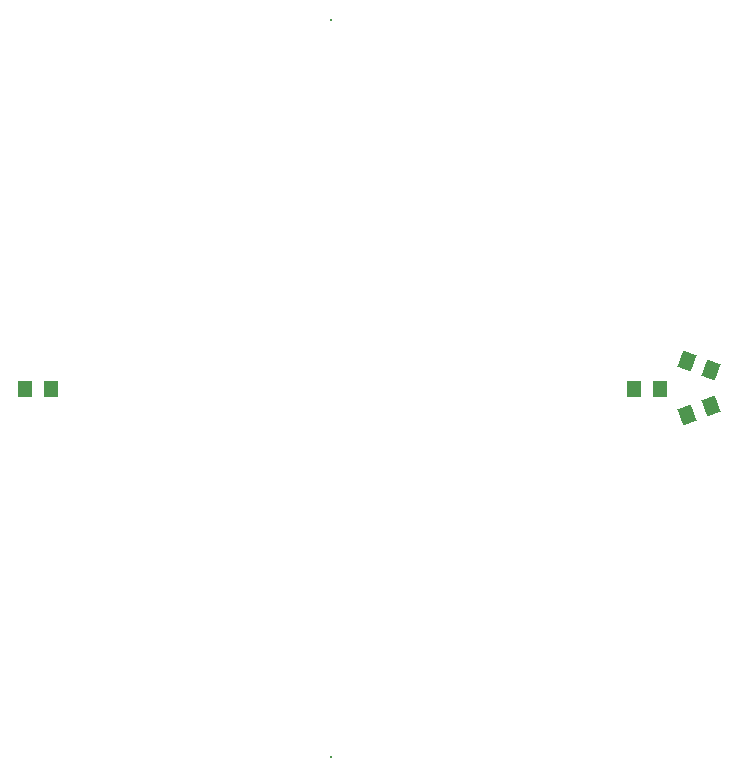
<source format=gbs>
G04*
G04 #@! TF.GenerationSoftware,Altium Limited,Altium Designer,20.2.6 (244)*
G04*
G04 Layer_Color=16711935*
%FSLAX43Y43*%
%MOMM*%
G71*
G04*
G04 #@! TF.SameCoordinates,EC15BF54-4284-41A4-B97D-D3D31D67AEB8*
G04*
G04*
G04 #@! TF.FilePolarity,Negative*
G04*
G01*
G75*
%ADD24C,0.203*%
%ADD30R,1.203X1.453*%
G04:AMPARAMS|DCode=31|XSize=1.203mm|YSize=1.453mm|CornerRadius=0mm|HoleSize=0mm|Usage=FLASHONLY|Rotation=340.000|XOffset=0mm|YOffset=0mm|HoleType=Round|Shape=Rectangle|*
%AMROTATEDRECTD31*
4,1,4,-0.814,-0.477,-0.317,0.889,0.814,0.477,0.317,-0.889,-0.814,-0.477,0.0*
%
%ADD31ROTATEDRECTD31*%

G04:AMPARAMS|DCode=32|XSize=1.203mm|YSize=1.453mm|CornerRadius=0mm|HoleSize=0mm|Usage=FLASHONLY|Rotation=20.000|XOffset=0mm|YOffset=0mm|HoleType=Round|Shape=Rectangle|*
%AMROTATEDRECTD32*
4,1,4,-0.317,-0.889,-0.814,0.477,0.317,0.889,0.814,-0.477,-0.317,-0.889,0.0*
%
%ADD32ROTATEDRECTD32*%

D24*
X42800Y-4225D02*
D03*
Y58205D02*
D03*
D30*
X19025Y26990D02*
D03*
X16825D02*
D03*
X68400Y26990D02*
D03*
X70600D02*
D03*
D31*
X72866Y29326D02*
D03*
X74934Y28574D02*
D03*
D32*
X72870Y24749D02*
D03*
X74937Y25501D02*
D03*
M02*

</source>
